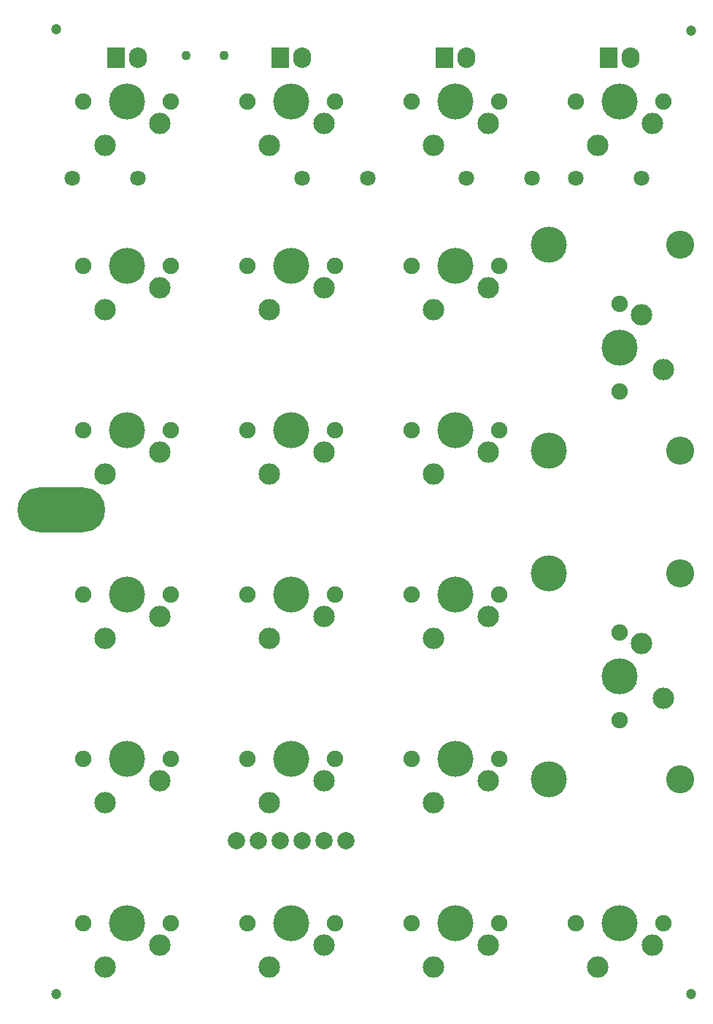
<source format=gts>
G04 (created by PCBNEW (2013-02-13 BZR 3947)-testing) date 9/17/2013 2:51:27 PM*
%MOIN*%
G04 Gerber Fmt 3.4, Leading zero omitted, Abs format*
%FSLAX34Y34*%
G01*
G70*
G90*
G04 APERTURE LIST*
%ADD10C,0*%
%ADD11O,0.4017X0.2049*%
%ADD12C,0.0434331*%
%ADD13C,0.0788661*%
%ADD14C,0.0709921*%
%ADD15C,0.098*%
%ADD16C,0.165*%
%ADD17C,0.075*%
%ADD18O,0.083X0.093*%
%ADD19R,0.083X0.093*%
%ADD20C,0.0473701*%
%ADD21C,0.128*%
G04 APERTURE END LIST*
G54D10*
G54D11*
X574Y-22244D03*
G54D12*
X6299Y-1523D03*
X8031Y-1523D03*
G54D13*
X12601Y-37370D03*
X10601Y-37370D03*
X8601Y-37370D03*
X11601Y-37370D03*
X9601Y-37370D03*
X13601Y-37370D03*
G54D14*
X1101Y-7121D03*
X4101Y-7121D03*
G54D15*
X17601Y-43120D03*
X20101Y-42120D03*
G54D16*
X18601Y-41120D03*
G54D17*
X20601Y-41120D03*
X16601Y-41120D03*
G54D15*
X17601Y-28120D03*
X20101Y-27120D03*
G54D16*
X18601Y-26120D03*
G54D17*
X20601Y-26120D03*
X16601Y-26120D03*
G54D15*
X17601Y-13121D03*
X20101Y-12121D03*
G54D16*
X18601Y-11121D03*
G54D17*
X20601Y-11121D03*
X16601Y-11121D03*
G54D15*
X25101Y-5622D03*
X27601Y-4622D03*
G54D16*
X26101Y-3622D03*
G54D17*
X28101Y-3622D03*
X24101Y-3622D03*
G54D15*
X17601Y-5622D03*
X20101Y-4622D03*
G54D16*
X18601Y-3622D03*
G54D17*
X20601Y-3622D03*
X16601Y-3622D03*
G54D15*
X17601Y-20620D03*
X20101Y-19620D03*
G54D16*
X18601Y-18620D03*
G54D17*
X20601Y-18620D03*
X16601Y-18620D03*
G54D15*
X25101Y-43120D03*
X27601Y-42120D03*
G54D16*
X26101Y-41120D03*
G54D17*
X28101Y-41120D03*
X24101Y-41120D03*
G54D18*
X26601Y-1621D03*
G54D19*
X25601Y-1621D03*
G54D18*
X4101Y-1621D03*
G54D19*
X3101Y-1621D03*
G54D20*
X351Y-44370D03*
X29351Y-371D03*
X29351Y-44370D03*
X351Y-322D03*
G54D15*
X2601Y-5621D03*
X5101Y-4621D03*
G54D16*
X3601Y-3621D03*
G54D17*
X5601Y-3621D03*
X1601Y-3621D03*
G54D15*
X2601Y-28120D03*
X5101Y-27120D03*
G54D16*
X3601Y-26120D03*
G54D17*
X5601Y-26120D03*
X1601Y-26120D03*
G54D15*
X10101Y-28120D03*
X12601Y-27120D03*
G54D16*
X11101Y-26120D03*
G54D17*
X13101Y-26120D03*
X9101Y-26120D03*
G54D15*
X10101Y-35620D03*
X12601Y-34620D03*
G54D16*
X11101Y-33620D03*
G54D17*
X13101Y-33620D03*
X9101Y-33620D03*
G54D15*
X17601Y-35620D03*
X20101Y-34620D03*
G54D16*
X18601Y-33620D03*
G54D17*
X20601Y-33620D03*
X16601Y-33620D03*
G54D15*
X2601Y-35620D03*
X5101Y-34620D03*
G54D16*
X3601Y-33620D03*
G54D17*
X5601Y-33620D03*
X1601Y-33620D03*
G54D15*
X10101Y-20620D03*
X12601Y-19620D03*
G54D16*
X11101Y-18620D03*
G54D17*
X13101Y-18620D03*
X9101Y-18620D03*
G54D15*
X2601Y-20620D03*
X5101Y-19620D03*
G54D16*
X3601Y-18620D03*
G54D17*
X5601Y-18620D03*
X1601Y-18620D03*
G54D15*
X10101Y-13121D03*
X12601Y-12121D03*
G54D16*
X11101Y-11121D03*
G54D17*
X13101Y-11121D03*
X9101Y-11121D03*
G54D15*
X10101Y-43120D03*
X12601Y-42120D03*
G54D16*
X11101Y-41120D03*
G54D17*
X13101Y-41120D03*
X9101Y-41120D03*
G54D15*
X2601Y-43120D03*
X5101Y-42120D03*
G54D16*
X3601Y-41120D03*
G54D17*
X5601Y-41120D03*
X1601Y-41120D03*
G54D15*
X2601Y-13121D03*
X5101Y-12121D03*
G54D16*
X3601Y-11121D03*
G54D17*
X5601Y-11121D03*
X1601Y-11121D03*
G54D15*
X10101Y-5621D03*
X12601Y-4621D03*
G54D16*
X11101Y-3621D03*
G54D17*
X13101Y-3621D03*
X9101Y-3621D03*
G54D15*
X28101Y-15870D03*
X27101Y-13370D03*
G54D16*
X26101Y-14870D03*
G54D17*
X26101Y-12870D03*
X26101Y-16870D03*
G54D21*
X28851Y-10170D03*
X28851Y-19570D03*
G54D16*
X22851Y-10170D03*
X22851Y-19570D03*
G54D15*
X28101Y-30870D03*
X27101Y-28370D03*
G54D16*
X26101Y-29870D03*
G54D17*
X26101Y-27870D03*
X26101Y-31870D03*
G54D21*
X28851Y-25170D03*
X28851Y-34570D03*
G54D16*
X22851Y-25170D03*
X22851Y-34570D03*
G54D14*
X24101Y-7121D03*
X27101Y-7121D03*
X14601Y-7121D03*
X11601Y-7121D03*
X22101Y-7121D03*
X19101Y-7121D03*
G54D18*
X11601Y-1621D03*
G54D19*
X10601Y-1621D03*
G54D18*
X19101Y-1621D03*
G54D19*
X18101Y-1621D03*
M02*

</source>
